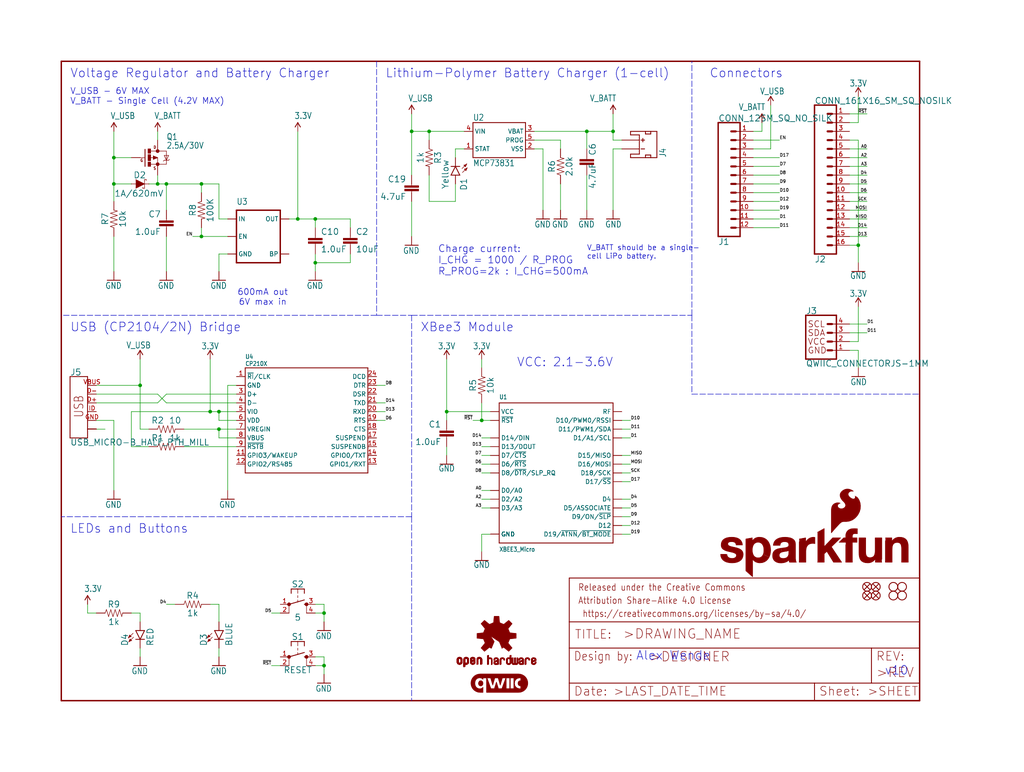
<source format=kicad_sch>
(kicad_sch (version 20211123) (generator eeschema)
  (paper "User" 297.002 223.926)
  (lib_symbols
    (symbol "eagleSchem-eagle-import:1.0UF-0402-16V-10%"
      (property "Reference" "C" (at 1.524 2.921 0))
      (property "Value" "1.0UF-0402-16V-10%" (at 1.524 -2.159 0))
      (symbol "1.0UF-0402-16V-10%_1_0"
        (pin passive line (at 0 5.08 270) (length 2.54) (name "1") (number "1"))
        (pin passive line (at 0 -2.54 90) (length 2.54) (name "2") (number "2"))
      )
    )
    (symbol "eagleSchem-eagle-import:1.0UF-0603-16V-10%"
      (property "Reference" "C" (at 1.524 2.921 0))
      (property "Value" "1.0UF-0603-16V-10%" (at 1.524 -2.159 0))
      (symbol "1.0UF-0603-16V-10%_1_0"
        (pin passive line (at 0 5.08 270) (length 2.54) (name "1") (number "1"))
        (pin passive line (at 0 -2.54 90) (length 2.54) (name "2") (number "2"))
      )
    )
    (symbol "eagleSchem-eagle-import:1.0UF-0603-16V-10%-X7R"
      (property "Reference" "C" (at 1.524 2.921 0))
      (property "Value" "1.0UF-0603-16V-10%-X7R" (at 1.524 -2.159 0))
      (symbol "1.0UF-0603-16V-10%-X7R_1_0"
        (pin passive line (at 0 5.08 270) (length 2.54) (name "1") (number "1"))
        (pin passive line (at 0 -2.54 90) (length 2.54) (name "2") (number "2"))
      )
    )
    (symbol "eagleSchem-eagle-import:100KOHM-0402-1{slash}16W-1%"
      (property "Reference" "R" (at 0 1.524 0))
      (property "Value" "100KOHM-0402-1{slash}16W-1%" (at 0 -1.524 0))
      (symbol "100KOHM-0402-1{slash}16W-1%_1_0"
        (pin passive line (at -5.08 0 0) (length 2.54) (name "1") (number "1"))
        (pin passive line (at 5.08 0 180) (length 2.54) (name "2") (number "2"))
      )
    )
    (symbol "eagleSchem-eagle-import:10KOHM-0603-1{slash}10W-1%"
      (property "Reference" "R" (at 0 1.524 0))
      (property "Value" "10KOHM-0603-1{slash}10W-1%" (at 0 -1.524 0))
      (symbol "10KOHM-0603-1{slash}10W-1%_1_0"
        (pin passive line (at -5.08 0 0) (length 2.54) (name "1") (number "1"))
        (pin passive line (at 5.08 0 180) (length 2.54) (name "2") (number "2"))
      )
    )
    (symbol "eagleSchem-eagle-import:10OHM-0603-1{slash}10W-1%"
      (property "Reference" "R" (at 0 1.524 0))
      (property "Value" "10OHM-0603-1{slash}10W-1%" (at 0 -1.524 0))
      (symbol "10OHM-0603-1{slash}10W-1%_1_0"
        (pin passive line (at -5.08 0 0) (length 2.54) (name "1") (number "1"))
        (pin passive line (at 5.08 0 180) (length 2.54) (name "2") (number "2"))
      )
    )
    (symbol "eagleSchem-eagle-import:10UF-0603-6.3V-20%"
      (property "Reference" "C" (at 1.524 2.921 0))
      (property "Value" "10UF-0603-6.3V-20%" (at 1.524 -2.159 0))
      (symbol "10UF-0603-6.3V-20%_1_0"
        (pin passive line (at 0 5.08 270) (length 2.54) (name "1") (number "1"))
        (pin passive line (at 0 -2.54 90) (length 2.54) (name "2") (number "2"))
      )
    )
    (symbol "eagleSchem-eagle-import:1KOHM-0603-1{slash}10W-1%"
      (property "Reference" "R" (at 0 1.524 0))
      (property "Value" "1KOHM-0603-1{slash}10W-1%" (at 0 -1.524 0))
      (symbol "1KOHM-0603-1{slash}10W-1%_1_0"
        (pin passive line (at -5.08 0 0) (length 2.54) (name "1") (number "1"))
        (pin passive line (at 5.08 0 180) (length 2.54) (name "2") (number "2"))
      )
    )
    (symbol "eagleSchem-eagle-import:2.0KOHM1{slash}10W5%(0603)"
      (property "Reference" "R" (at 0 1.524 0))
      (property "Value" "2.0KOHM1{slash}10W5%(0603)" (at 0 -1.524 0))
      (symbol "2.0KOHM1{slash}10W5%(0603)_1_0"
        (pin passive line (at -5.08 0 0) (length 2.54) (name "1") (number "1"))
        (pin passive line (at 5.08 0 180) (length 2.54) (name "2") (number "2"))
      )
    )
    (symbol "eagleSchem-eagle-import:3.3V" (power)
      (property "Value" "3.3V" (at 0 2.794 0))
      (symbol "3.3V_1_0"
        (pin power_in line (at 0 0 90) (length 2.54) (name "3.3V") (number "1"))
      )
    )
    (symbol "eagleSchem-eagle-import:4.7UF-0603-6.3V-(10%)"
      (property "Reference" "C" (at 1.524 2.921 0))
      (property "Value" "4.7UF-0603-6.3V-(10%)" (at 1.524 -2.159 0))
      (symbol "4.7UF-0603-6.3V-(10%)_1_0"
        (pin passive line (at 0 5.08 270) (length 2.54) (name "1") (number "1"))
        (pin passive line (at 0 -2.54 90) (length 2.54) (name "2") (number "2"))
      )
    )
    (symbol "eagleSchem-eagle-import:CONN_12SM_SQ_NO_SILK"
      (property "Reference" "J" (at 0 15.748 0))
      (property "Value" "CONN_12SM_SQ_NO_SILK" (at 0 -20.066 0))
      (symbol "CONN_12SM_SQ_NO_SILK_1_0"
        (pin passive line (at 10.16 -15.24 180) (length 5.08) (name "1") (number "1"))
        (pin passive line (at 10.16 7.62 180) (length 5.08) (name "10") (number "10"))
        (pin passive line (at 10.16 10.16 180) (length 5.08) (name "11") (number "11"))
        (pin passive line (at 10.16 12.7 180) (length 5.08) (name "12") (number "12"))
        (pin passive line (at 10.16 -12.7 180) (length 5.08) (name "2") (number "2"))
        (pin passive line (at 10.16 -10.16 180) (length 5.08) (name "3") (number "3"))
        (pin passive line (at 10.16 -7.62 180) (length 5.08) (name "4") (number "4"))
        (pin passive line (at 10.16 -5.08 180) (length 5.08) (name "5") (number "5"))
        (pin passive line (at 10.16 -2.54 180) (length 5.08) (name "6") (number "6"))
        (pin passive line (at 10.16 0 180) (length 5.08) (name "7") (number "7"))
        (pin passive line (at 10.16 2.54 180) (length 5.08) (name "8") (number "8"))
        (pin passive line (at 10.16 5.08 180) (length 5.08) (name "9") (number "9"))
      )
    )
    (symbol "eagleSchem-eagle-import:CONN_161X16_SM_SQ_NOSILK"
      (property "Reference" "J" (at 0 20.828 0))
      (property "Value" "CONN_161X16_SM_SQ_NOSILK" (at 0 -25.146 0))
      (symbol "CONN_161X16_SM_SQ_NOSILK_1_0"
        (pin passive line (at 10.16 -20.32 180) (length 5.08) (name "1") (number "1"))
        (pin passive line (at 10.16 2.54 180) (length 5.08) (name "10") (number "10"))
        (pin passive line (at 10.16 5.08 180) (length 5.08) (name "11") (number "11"))
        (pin passive line (at 10.16 7.62 180) (length 5.08) (name "12") (number "12"))
        (pin passive line (at 10.16 10.16 180) (length 5.08) (name "13") (number "13"))
        (pin passive line (at 10.16 12.7 180) (length 5.08) (name "14") (number "14"))
        (pin passive line (at 10.16 15.24 180) (length 5.08) (name "15") (number "15"))
        (pin passive line (at 10.16 17.78 180) (length 5.08) (name "16") (number "16"))
        (pin passive line (at 10.16 -17.78 180) (length 5.08) (name "2") (number "2"))
        (pin passive line (at 10.16 -15.24 180) (length 5.08) (name "3") (number "3"))
        (pin passive line (at 10.16 -12.7 180) (length 5.08) (name "4") (number "4"))
        (pin passive line (at 10.16 -10.16 180) (length 5.08) (name "5") (number "5"))
        (pin passive line (at 10.16 -7.62 180) (length 5.08) (name "6") (number "6"))
        (pin passive line (at 10.16 -5.08 180) (length 5.08) (name "7") (number "7"))
        (pin passive line (at 10.16 -2.54 180) (length 5.08) (name "8") (number "8"))
        (pin passive line (at 10.16 0 180) (length 5.08) (name "9") (number "9"))
      )
    )
    (symbol "eagleSchem-eagle-import:CP2102N"
      (property "Reference" "U" (at -17.78 17.78 0))
      (property "Value" "CP2102N" (at -17.78 15.748 0))
      (symbol "CP2102N_1_0"
        (pin bidirectional line (at -20.32 12.7 0) (length 2.54) (name "~{RI}/CLK") (number "1"))
        (pin bidirectional line (at -20.32 -10.16 0) (length 2.54) (name "GPIO3/WAKEUP") (number "11"))
        (pin bidirectional line (at -20.32 -12.7 0) (length 2.54) (name "GPIO2/RS485") (number "12"))
        (pin bidirectional line (at 20.32 -12.7 180) (length 2.54) (name "GPIO1/RXT") (number "13"))
        (pin bidirectional line (at 20.32 -10.16 180) (length 2.54) (name "GPIO0/TXT") (number "14"))
        (pin bidirectional line (at 20.32 -7.62 180) (length 2.54) (name "SUSPENDB") (number "15"))
        (pin bidirectional line (at 20.32 -5.08 180) (length 2.54) (name "SUSPEND") (number "17"))
        (pin bidirectional line (at 20.32 -2.54 180) (length 2.54) (name "CTS") (number "18"))
        (pin bidirectional line (at 20.32 0 180) (length 2.54) (name "RTS") (number "19"))
        (pin bidirectional line (at -20.32 10.16 0) (length 2.54) (name "GND") (number "2"))
        (pin bidirectional line (at 20.32 2.54 180) (length 2.54) (name "RXD") (number "20"))
        (pin bidirectional line (at 20.32 5.08 180) (length 2.54) (name "TXD") (number "21"))
        (pin bidirectional line (at 20.32 7.62 180) (length 2.54) (name "DSR") (number "22"))
        (pin bidirectional line (at 20.32 10.16 180) (length 2.54) (name "DTR") (number "23"))
        (pin bidirectional line (at 20.32 12.7 180) (length 2.54) (name "DCD") (number "24"))
        (pin bidirectional line (at -20.32 7.62 0) (length 2.54) (name "D+") (number "3"))
        (pin bidirectional line (at -20.32 5.08 0) (length 2.54) (name "D-") (number "4"))
        (pin bidirectional line (at -20.32 2.54 0) (length 2.54) (name "VIO") (number "5"))
        (pin bidirectional line (at -20.32 0 0) (length 2.54) (name "VDD") (number "6"))
        (pin bidirectional line (at -20.32 -2.54 0) (length 2.54) (name "VREGIN") (number "7"))
        (pin bidirectional line (at -20.32 -5.08 0) (length 2.54) (name "VBUS") (number "8"))
        (pin bidirectional line (at -20.32 -7.62 0) (length 2.54) (name "~{RSTB}") (number "9"))
        (pin bidirectional line (at -20.32 10.16 0) (length 2.54) (name "GND") (number "PAD"))
      )
    )
    (symbol "eagleSchem-eagle-import:DIODE-SCHOTTKY-BAT20J"
      (property "Reference" "D" (at -2.54 2.032 0))
      (property "Value" "DIODE-SCHOTTKY-BAT20J" (at -2.54 -2.032 0))
      (symbol "DIODE-SCHOTTKY-BAT20J_1_0"
        (pin passive line (at -2.54 0 0) (length 0) (name "A") (number "A"))
        (pin passive line (at 2.54 0 180) (length 0) (name "C") (number "C"))
      )
    )
    (symbol "eagleSchem-eagle-import:FIDUCIALUFIDUCIAL")
    (symbol "eagleSchem-eagle-import:FRAME-LETTER"
      (symbol "FRAME-LETTER_2_0"
        (text " https://creativecommons.org/licenses/by-sa/4.0/" (at 2.54 24.13 0) (effects (font (size 1.9304 1.6408)) (justify left bottom)))
        (text ">DESIGNER" (at 23.114 11.176 0) (effects (font (size 2.7432 2.7432)) (justify left bottom)))
        (text ">DRAWING_NAME" (at 15.494 17.78 0) (effects (font (size 2.7432 2.7432)) (justify left bottom)))
        (text ">LAST_DATE_TIME" (at 12.7 1.27 0) (effects (font (size 2.54 2.54)) (justify left bottom)))
        (text ">REV" (at 88.9 6.604 0) (effects (font (size 2.7432 2.7432)) (justify left bottom)))
        (text ">SHEET" (at 86.36 1.27 0) (effects (font (size 2.54 2.54)) (justify left bottom)))
        (text "Attribution Share-Alike 4.0 License" (at 2.54 27.94 0) (effects (font (size 1.9304 1.6408)) (justify left bottom)))
        (text "Date:" (at 1.27 1.27 0) (effects (font (size 2.54 2.54)) (justify left bottom)))
        (text "Design by:" (at 1.27 11.43 0) (effects (font (size 2.54 2.159)) (justify left bottom)))
        (text "Released under the Creative Commons" (at 2.54 31.75 0) (effects (font (size 1.9304 1.6408)) (justify left bottom)))
        (text "REV:" (at 88.9 11.43 0) (effects (font (size 2.54 2.54)) (justify left bottom)))
        (text "Sheet:" (at 72.39 1.27 0) (effects (font (size 2.54 2.54)) (justify left bottom)))
        (text "TITLE:" (at 1.524 17.78 0) (effects (font (size 2.54 2.54)) (justify left bottom)))
      )
    )
    (symbol "eagleSchem-eagle-import:GND" (power)
      (property "Value" "GND" (at 0 -0.254 0))
      (symbol "GND_1_0"
        (pin power_in line (at 0 2.54 270) (length 2.54) (name "GND") (number "1"))
      )
    )
    (symbol "eagleSchem-eagle-import:JST_2MM_MALE"
      (property "Reference" "J" (at -2.54 5.842 0))
      (symbol "JST_2MM_MALE_1_0"
        (pin bidirectional line (at 0 -5.08 90) (length 5.08) (name "-") (number "1"))
        (pin bidirectional line (at 2.54 -5.08 90) (length 5.08) (name "+") (number "2"))
        (pin bidirectional line (at -2.54 2.54 90) (length 0) (name "PAD1") (number "NC1"))
        (pin bidirectional line (at 5.08 2.54 90) (length 0) (name "PAD2") (number "NC2"))
      )
    )
    (symbol "eagleSchem-eagle-import:LED-BLUE0603"
      (property "Reference" "D" (at -3.429 -4.572 90))
      (property "Value" "LED-BLUE0603" (at 1.905 -4.572 90))
      (symbol "LED-BLUE0603_1_0"
        (pin passive line (at 0 2.54 270) (length 2.54) (name "A") (number "A"))
        (pin passive line (at 0 -5.08 90) (length 2.54) (name "C") (number "C"))
      )
    )
    (symbol "eagleSchem-eagle-import:LED-RED0603"
      (property "Reference" "D" (at -3.429 -4.572 90))
      (property "Value" "LED-RED0603" (at 1.905 -4.572 90))
      (symbol "LED-RED0603_1_0"
        (pin passive line (at 0 2.54 270) (length 2.54) (name "A") (number "A"))
        (pin passive line (at 0 -5.08 90) (length 2.54) (name "C") (number "C"))
      )
    )
    (symbol "eagleSchem-eagle-import:LED-YELLOW0603"
      (property "Reference" "D" (at -3.429 -4.572 90))
      (property "Value" "LED-YELLOW0603" (at 1.905 -4.572 90))
      (symbol "LED-YELLOW0603_1_0"
        (pin passive line (at 0 2.54 270) (length 2.54) (name "A") (number "A"))
        (pin passive line (at 0 -5.08 90) (length 2.54) (name "C") (number "C"))
      )
    )
    (symbol "eagleSchem-eagle-import:MCP73831"
      (property "Reference" "U" (at -7.62 5.588 0))
      (property "Value" "MCP73831" (at -7.62 -7.62 0))
      (symbol "MCP73831_1_0"
        (pin output line (at -10.16 -2.54 0) (length 2.54) (name "STAT") (number "1"))
        (pin power_in line (at 10.16 -2.54 180) (length 2.54) (name "VSS") (number "2"))
        (pin power_in line (at 10.16 2.54 180) (length 2.54) (name "VBAT") (number "3"))
        (pin power_in line (at -10.16 2.54 0) (length 2.54) (name "VIN") (number "4"))
        (pin input line (at 10.16 0 180) (length 2.54) (name "PROG") (number "5"))
      )
    )
    (symbol "eagleSchem-eagle-import:MOMENTARY-SWITCH-SPST-2-SMD-4.6X2.8MM"
      (property "Reference" "S" (at 0 4.826 0))
      (property "Value" "MOMENTARY-SWITCH-SPST-2-SMD-4.6X2.8MM" (at 0 -2.794 0))
      (symbol "MOMENTARY-SWITCH-SPST-2-SMD-4.6X2.8MM_1_0"
        (pin passive line (at -5.08 0 0) (length 2.54) (name "1") (number "1"))
        (pin passive line (at -5.08 -2.54 0) (length 2.54) (name "2") (number "2"))
        (pin passive line (at 5.08 0 180) (length 2.54) (name "3") (number "3"))
        (pin passive line (at 5.08 -2.54 180) (length 2.54) (name "4") (number "4"))
      )
    )
    (symbol "eagleSchem-eagle-import:MOSFET-PCHANNELDMG2307L"
      (property "Reference" "Q" (at 5.08 2.54 0))
      (property "Value" "MOSFET-PCHANNELDMG2307L" (at 5.08 0 0))
      (symbol "MOSFET-PCHANNELDMG2307L_1_0"
        (text "D" (at -1.27 2.54 0) (effects (font (size 0.8128 0.6908)) (justify left bottom)))
        (text "G" (at -5.08 -1.27 0) (effects (font (size 0.8128 0.6908)) (justify left bottom)))
        (text "S" (at -1.27 -3.556 0) (effects (font (size 0.8128 0.6908)) (justify left bottom)))
        (pin passive line (at -7.62 0 0) (length 2.54) (name "G") (number "1"))
        (pin passive line (at 0 -5.08 90) (length 2.54) (name "S") (number "2"))
        (pin passive line (at 0 5.08 270) (length 2.54) (name "D") (number "3"))
      )
    )
    (symbol "eagleSchem-eagle-import:OSHW-LOGOS")
    (symbol "eagleSchem-eagle-import:QWIIC_CONNECTORJS-1MM"
      (property "Reference" "J" (at -5.08 7.874 0))
      (property "Value" "QWIIC_CONNECTORJS-1MM" (at -5.08 -5.334 0))
      (symbol "QWIIC_CONNECTORJS-1MM_1_0"
        (text "GND" (at -4.572 -2.54 0) (effects (font (size 1.778 1.778)) (justify left)))
        (text "SCL" (at -4.572 5.08 0) (effects (font (size 1.778 1.778)) (justify left)))
        (text "SDA" (at -4.572 2.54 0) (effects (font (size 1.778 1.778)) (justify left)))
        (text "VCC" (at -4.572 0 0) (effects (font (size 1.778 1.778)) (justify left)))
        (pin power_in line (at 7.62 -2.54 180) (length 5.08) (name "1") (number "1"))
        (pin power_in line (at 7.62 0 180) (length 5.08) (name "2") (number "2"))
        (pin passive line (at 7.62 2.54 180) (length 5.08) (name "3") (number "3"))
        (pin passive line (at 7.62 5.08 180) (length 5.08) (name "4") (number "4"))
      )
    )
    (symbol "eagleSchem-eagle-import:QWIIC_LOGO_5MM")
    (symbol "eagleSchem-eagle-import:SFE_LOGO_NAME_FLAME.1_INCH")
    (symbol "eagleSchem-eagle-import:STAND-OFF")
    (symbol "eagleSchem-eagle-import:USB_MICRO-B_HALF_PTH_MILL"
      (property "Reference" "J" (at -2.54 10.414 0))
      (property "Value" "USB_MICRO-B_HALF_PTH_MILL" (at -2.54 -9.906 0))
      (symbol "USB_MICRO-B_HALF_PTH_MILL_1_0"
        (text "USB" (at 0 1.524 900) (effects (font (size 2.54 2.159))))
        (pin bidirectional line (at 5.08 2.54 180) (length 2.54) (name "D+") (number "D+"))
        (pin bidirectional line (at 5.08 5.08 180) (length 2.54) (name "D-") (number "D-"))
        (pin power_in line (at 5.08 -2.54 180) (length 2.54) (name "GND") (number "GND"))
        (pin bidirectional line (at 5.08 0 180) (length 2.54) (name "ID") (number "ID"))
        (pin bidirectional line (at 5.08 -5.08 180) (length 2.54) (name "SHIELD") (number "SHIELD"))
        (pin bidirectional line (at 5.08 -5.08 180) (length 2.54) (name "SHIELD") (number "SHIELD10"))
        (pin bidirectional line (at 5.08 -5.08 180) (length 2.54) (name "SHIELD") (number "SHIELD2"))
        (pin bidirectional line (at 5.08 -5.08 180) (length 2.54) (name "SHIELD") (number "SHIELD3"))
        (pin bidirectional line (at 5.08 -5.08 180) (length 2.54) (name "SHIELD") (number "SHIELD4"))
        (pin bidirectional line (at 5.08 -5.08 180) (length 2.54) (name "SHIELD") (number "SHIELD5"))
        (pin bidirectional line (at 5.08 -5.08 180) (length 2.54) (name "SHIELD") (number "SHIELD6"))
        (pin bidirectional line (at 5.08 -5.08 180) (length 2.54) (name "SHIELD") (number "SHIELD7"))
        (pin bidirectional line (at 5.08 -5.08 180) (length 2.54) (name "SHIELD") (number "SHIELD8"))
        (pin bidirectional line (at 5.08 -5.08 180) (length 2.54) (name "SHIELD") (number "SHIELD9"))
        (pin power_in line (at 5.08 7.62 180) (length 2.54) (name "VBUS") (number "VBUS"))
      )
    )
    (symbol "eagleSchem-eagle-import:V_BATT" (power)
      (property "Value" "V_BATT" (at -1.016 3.556 0))
      (symbol "V_BATT_1_0"
        (pin power_in line (at 0 0 90) (length 2.54) (name "V_BATT") (number "1"))
      )
    )
    (symbol "eagleSchem-eagle-import:V_REG_LDOSMD"
      (property "Reference" "U" (at -7.62 9.144 0))
      (property "Value" "V_REG_LDOSMD" (at -7.62 -11.43 0))
      (symbol "V_REG_LDOSMD_1_0"
        (pin input line (at -10.16 5.08 0) (length 2.54) (name "IN") (number "1"))
        (pin input line (at -10.16 -5.08 0) (length 2.54) (name "GND") (number "2"))
        (pin input line (at -10.16 0 0) (length 2.54) (name "EN") (number "3"))
        (pin input line (at 7.62 -5.08 180) (length 2.54) (name "BP") (number "4"))
        (pin passive line (at 7.62 5.08 180) (length 2.54) (name "OUT") (number "5"))
      )
    )
    (symbol "eagleSchem-eagle-import:V_USB" (power)
      (property "Value" "V_USB" (at -1.016 3.556 0))
      (symbol "V_USB_1_0"
        (pin power_in line (at 0 0 90) (length 2.54) (name "V_USB") (number "1"))
      )
    )
    (symbol "eagleSchem-eagle-import:XBEE3"
      (property "Reference" "U" (at -17.78 21.336 0))
      (property "Value" "XBEE3" (at -17.78 -22.86 0))
      (symbol "XBEE3_1_0"
        (pin bidirectional line (at -20.32 -17.78 0) (length 2.54) (name "GND") (number "P$1"))
        (pin bidirectional line (at -20.32 -17.78 0) (length 2.54) (name "GND") (number "P$10"))
        (pin bidirectional line (at 17.78 -17.78 180) (length 2.54) (name "D19/~{ATNN}/~{BT_MODE}") (number "P$11"))
        (pin bidirectional line (at -20.32 -17.78 0) (length 2.54) (name "GND") (number "P$12"))
        (pin bidirectional line (at 17.78 0 180) (length 2.54) (name "D18/SCK") (number "P$13"))
        (pin bidirectional line (at 17.78 -2.54 180) (length 2.54) (name "D17/~{SS}") (number "P$14"))
        (pin bidirectional line (at 17.78 2.54 180) (length 2.54) (name "D16/MOSI") (number "P$15"))
        (pin bidirectional line (at 17.78 5.08 180) (length 2.54) (name "D15/MISO") (number "P$16"))
        (pin bidirectional line (at -20.32 17.78 0) (length 2.54) (name "VCC") (number "P$2"))
        (pin bidirectional line (at -20.32 -17.78 0) (length 2.54) (name "GND") (number "P$21"))
        (pin bidirectional line (at 17.78 -7.62 180) (length 2.54) (name "D4") (number "P$23"))
        (pin bidirectional line (at -20.32 5.08 0) (length 2.54) (name "D7/~{CTS}") (number "P$24"))
        (pin bidirectional line (at 17.78 -12.7 180) (length 2.54) (name "D9/ON/~{SLP}") (number "P$25"))
        (pin bidirectional line (at 17.78 -10.16 180) (length 2.54) (name "D5/ASSOCIATE") (number "P$26"))
        (pin bidirectional line (at -20.32 2.54 0) (length 2.54) (name "D6/~{RTS}") (number "P$27"))
        (pin bidirectional line (at -20.32 -10.16 0) (length 2.54) (name "D3/A3") (number "P$28"))
        (pin bidirectional line (at -20.32 -7.62 0) (length 2.54) (name "D2/A2") (number "P$29"))
        (pin bidirectional line (at -20.32 7.62 0) (length 2.54) (name "D13/DOUT") (number "P$3"))
        (pin bidirectional line (at 17.78 10.16 180) (length 2.54) (name "D1/A1/SCL") (number "P$30"))
        (pin bidirectional line (at -20.32 -5.08 0) (length 2.54) (name "D0/A0") (number "P$31"))
        (pin bidirectional line (at -20.32 -17.78 0) (length 2.54) (name "GND") (number "P$32"))
        (pin bidirectional line (at 17.78 17.78 180) (length 2.54) (name "RF") (number "P$33"))
        (pin bidirectional line (at -20.32 -17.78 0) (length 2.54) (name "GND") (number "P$34"))
        (pin bidirectional line (at -20.32 10.16 0) (length 2.54) (name "D14/DIN") (number "P$4"))
        (pin bidirectional line (at 17.78 -15.24 180) (length 2.54) (name "D12") (number "P$5"))
        (pin input line (at -20.32 15.24 0) (length 2.54) (name "~{RST}") (number "P$6"))
        (pin bidirectional line (at 17.78 15.24 180) (length 2.54) (name "D10/PWM0/RSSI") (number "P$7"))
        (pin bidirectional line (at 17.78 12.7 180) (length 2.54) (name "D11/PWM1/SDA") (number "P$8"))
        (pin bidirectional line (at -20.32 0 0) (length 2.54) (name "D8/~{DTR}/SLP_RQ") (number "P$9"))
      )
    )
  )
  (junction (at 58.42 68.58))
  (junction (at 33.02 45.72))
  (junction (at 63.5 119.38))
  (junction (at 177.8 38.1))
  (junction (at 58.42 53.34))
  (junction (at 248.92 71.12))
  (junction (at 170.18 38.1))
  (junction (at 48.26 53.34))
  (junction (at 45.72 53.34))
  (junction (at 86.36 63.5))
  (junction (at 119.38 38.1))
  (junction (at 93.98 177.8))
  (junction (at 129.54 119.38))
  (junction (at 139.7 121.92))
  (junction (at 91.44 63.5))
  (junction (at 63.5 124.46))
  (junction (at 91.44 76.2))
  (junction (at 33.02 53.34))
  (junction (at 60.96 119.38))
  (junction (at 40.64 111.76))
  (junction (at 93.98 193.04))
  (junction (at 124.46 38.1))
  (wire (pts (xy 180.34 127) (xy 182.88 127)))
  (wire (pts (xy 246.38 93.98) (xy 251.46 93.98)))
  (wire (pts (xy 177.8 43.18) (xy 180.34 43.18)))
  (wire (pts (xy 129.54 119.38) (xy 129.54 121.92)))
  (wire (pts (xy 68.58 127) (xy 63.5 127)))
  (wire (pts (xy 177.8 40.64) (xy 177.8 38.1)))
  (wire (pts (xy 220.98 38.1) (xy 220.98 35.56)))
  (polyline (pts (xy 200.66 91.44) (xy 200.66 114.3)))
  (wire (pts (xy 58.42 53.34) (xy 58.42 55.88)))
  (wire (pts (xy 45.72 116.84) (xy 48.26 114.3)))
  (wire (pts (xy 139.7 121.92) (xy 137.16 121.92)))
  (wire (pts (xy 246.38 96.52) (xy 251.46 96.52)))
  (wire (pts (xy 63.5 127) (xy 63.5 124.46)))
  (wire (pts (xy 124.46 58.42) (xy 124.46 50.8)))
  (wire (pts (xy 154.94 43.18) (xy 157.48 43.18)))
  (wire (pts (xy 223.52 43.18) (xy 223.52 30.48)))
  (wire (pts (xy 40.64 111.76) (xy 27.94 111.76)))
  (wire (pts (xy 218.44 43.18) (xy 223.52 43.18)))
  (wire (pts (xy 180.34 139.7) (xy 182.88 139.7)))
  (wire (pts (xy 45.72 50.8) (xy 45.72 53.34)))
  (wire (pts (xy 246.38 58.42) (xy 251.46 58.42)))
  (wire (pts (xy 45.72 116.84) (xy 27.94 116.84)))
  (wire (pts (xy 246.38 50.8) (xy 251.46 50.8)))
  (wire (pts (xy 81.28 177.8) (xy 78.74 177.8)))
  (wire (pts (xy 134.62 38.1) (xy 124.46 38.1)))
  (wire (pts (xy 63.5 124.46) (xy 68.58 124.46)))
  (wire (pts (xy 124.46 38.1) (xy 119.38 38.1)))
  (wire (pts (xy 33.02 58.42) (xy 33.02 53.34)))
  (wire (pts (xy 91.44 63.5) (xy 101.6 63.5)))
  (wire (pts (xy 109.22 119.38) (xy 111.76 119.38)))
  (wire (pts (xy 157.48 43.18) (xy 157.48 60.96)))
  (wire (pts (xy 218.44 45.72) (xy 226.06 45.72)))
  (wire (pts (xy 60.96 119.38) (xy 63.5 119.38)))
  (wire (pts (xy 63.5 190.5) (xy 63.5 187.96)))
  (wire (pts (xy 248.92 40.64) (xy 248.92 71.12)))
  (wire (pts (xy 63.5 53.34) (xy 58.42 53.34)))
  (wire (pts (xy 33.02 78.74) (xy 33.02 68.58)))
  (wire (pts (xy 45.72 38.1) (xy 45.72 40.64)))
  (wire (pts (xy 177.8 43.18) (xy 177.8 60.96)))
  (wire (pts (xy 101.6 76.2) (xy 101.6 73.66)))
  (wire (pts (xy 91.44 175.26) (xy 93.98 175.26)))
  (wire (pts (xy 218.44 60.96) (xy 226.06 60.96)))
  (wire (pts (xy 180.34 144.78) (xy 182.88 144.78)))
  (wire (pts (xy 40.64 111.76) (xy 40.64 104.14)))
  (wire (pts (xy 33.02 53.34) (xy 33.02 45.72)))
  (wire (pts (xy 93.98 193.04) (xy 93.98 195.58)))
  (wire (pts (xy 142.24 134.62) (xy 139.7 134.62)))
  (wire (pts (xy 218.44 58.42) (xy 226.06 58.42)))
  (wire (pts (xy 246.38 40.64) (xy 248.92 40.64)))
  (wire (pts (xy 40.64 124.46) (xy 40.64 111.76)))
  (polyline (pts (xy 119.38 149.86) (xy 119.38 203.2)))
  (polyline (pts (xy 109.22 91.44) (xy 119.38 91.44)))
  (wire (pts (xy 246.38 66.04) (xy 251.46 66.04)))
  (wire (pts (xy 63.5 63.5) (xy 63.5 53.34)))
  (wire (pts (xy 48.26 114.3) (xy 68.58 114.3)))
  (wire (pts (xy 180.34 134.62) (xy 182.88 134.62)))
  (polyline (pts (xy 109.22 91.44) (xy 17.78 91.44)))
  (wire (pts (xy 119.38 38.1) (xy 119.38 33.02)))
  (wire (pts (xy 139.7 116.84) (xy 139.7 121.92)))
  (wire (pts (xy 40.64 177.8) (xy 40.64 180.34)))
  (wire (pts (xy 119.38 68.58) (xy 119.38 58.42)))
  (wire (pts (xy 154.94 40.64) (xy 162.56 40.64)))
  (wire (pts (xy 48.26 53.34) (xy 58.42 53.34)))
  (wire (pts (xy 248.92 35.56) (xy 248.92 27.94)))
  (wire (pts (xy 43.18 53.34) (xy 45.72 53.34)))
  (wire (pts (xy 142.24 132.08) (xy 139.7 132.08)))
  (wire (pts (xy 66.04 142.24) (xy 66.04 111.76)))
  (wire (pts (xy 66.04 111.76) (xy 68.58 111.76)))
  (wire (pts (xy 162.56 53.34) (xy 162.56 60.96)))
  (wire (pts (xy 86.36 63.5) (xy 91.44 63.5)))
  (wire (pts (xy 180.34 132.08) (xy 182.88 132.08)))
  (wire (pts (xy 180.34 149.86) (xy 182.88 149.86)))
  (wire (pts (xy 218.44 55.88) (xy 226.06 55.88)))
  (wire (pts (xy 33.02 121.92) (xy 33.02 142.24)))
  (wire (pts (xy 142.24 121.92) (xy 139.7 121.92)))
  (wire (pts (xy 246.38 55.88) (xy 251.46 55.88)))
  (wire (pts (xy 132.08 53.34) (xy 132.08 58.42)))
  (wire (pts (xy 119.38 38.1) (xy 119.38 50.8)))
  (wire (pts (xy 91.44 190.5) (xy 93.98 190.5)))
  (wire (pts (xy 38.1 45.72) (xy 33.02 45.72)))
  (wire (pts (xy 246.38 48.26) (xy 251.46 48.26)))
  (wire (pts (xy 53.34 124.46) (xy 63.5 124.46)))
  (wire (pts (xy 91.44 78.74) (xy 91.44 76.2)))
  (wire (pts (xy 43.18 129.54) (xy 38.1 129.54)))
  (wire (pts (xy 129.54 129.54) (xy 129.54 132.08)))
  (wire (pts (xy 218.44 38.1) (xy 220.98 38.1)))
  (wire (pts (xy 91.44 63.5) (xy 91.44 66.04)))
  (wire (pts (xy 246.38 71.12) (xy 248.92 71.12)))
  (wire (pts (xy 132.08 43.18) (xy 134.62 43.18)))
  (wire (pts (xy 109.22 121.92) (xy 111.76 121.92)))
  (wire (pts (xy 218.44 66.04) (xy 226.06 66.04)))
  (wire (pts (xy 48.26 60.96) (xy 48.26 53.34)))
  (wire (pts (xy 53.34 129.54) (xy 68.58 129.54)))
  (wire (pts (xy 66.04 63.5) (xy 63.5 63.5)))
  (wire (pts (xy 180.34 124.46) (xy 182.88 124.46)))
  (wire (pts (xy 142.24 137.16) (xy 139.7 137.16)))
  (wire (pts (xy 248.92 101.6) (xy 248.92 106.68)))
  (wire (pts (xy 129.54 104.14) (xy 129.54 119.38)))
  (wire (pts (xy 142.24 127) (xy 139.7 127)))
  (wire (pts (xy 48.26 116.84) (xy 68.58 116.84)))
  (wire (pts (xy 91.44 76.2) (xy 91.44 73.66)))
  (wire (pts (xy 81.28 193.04) (xy 78.74 193.04)))
  (polyline (pts (xy 119.38 91.44) (xy 119.38 149.86)))
  (wire (pts (xy 93.98 177.8) (xy 93.98 180.34)))
  (wire (pts (xy 101.6 63.5) (xy 101.6 66.04)))
  (wire (pts (xy 45.72 53.34) (xy 48.26 53.34)))
  (wire (pts (xy 142.24 119.38) (xy 129.54 119.38)))
  (wire (pts (xy 142.24 147.32) (xy 139.7 147.32)))
  (wire (pts (xy 142.24 154.94) (xy 139.7 154.94)))
  (wire (pts (xy 177.8 38.1) (xy 177.8 33.02)))
  (wire (pts (xy 63.5 180.34) (xy 63.5 175.26)))
  (wire (pts (xy 142.24 144.78) (xy 139.7 144.78)))
  (wire (pts (xy 180.34 152.4) (xy 182.88 152.4)))
  (wire (pts (xy 38.1 119.38) (xy 60.96 119.38)))
  (wire (pts (xy 162.56 40.64) (xy 162.56 43.18)))
  (polyline (pts (xy 200.66 114.3) (xy 266.7 114.3)))
  (wire (pts (xy 68.58 121.92) (xy 63.5 121.92)))
  (wire (pts (xy 248.92 99.06) (xy 248.92 88.9)))
  (wire (pts (xy 246.38 45.72) (xy 251.46 45.72)))
  (wire (pts (xy 63.5 73.66) (xy 63.5 78.74)))
  (wire (pts (xy 177.8 38.1) (xy 170.18 38.1)))
  (wire (pts (xy 109.22 111.76) (xy 111.76 111.76)))
  (wire (pts (xy 218.44 53.34) (xy 226.06 53.34)))
  (wire (pts (xy 63.5 175.26) (xy 60.96 175.26)))
  (polyline (pts (xy 109.22 17.78) (xy 109.22 91.44)))
  (wire (pts (xy 246.38 53.34) (xy 251.46 53.34)))
  (wire (pts (xy 45.72 114.3) (xy 27.94 114.3)))
  (wire (pts (xy 50.8 175.26) (xy 48.26 175.26)))
  (wire (pts (xy 63.5 121.92) (xy 63.5 119.38)))
  (polyline (pts (xy 119.38 91.44) (xy 200.66 91.44)))
  (wire (pts (xy 142.24 129.54) (xy 139.7 129.54)))
  (wire (pts (xy 27.94 177.8) (xy 25.4 177.8)))
  (wire (pts (xy 91.44 177.8) (xy 93.98 177.8)))
  (wire (pts (xy 38.1 177.8) (xy 40.64 177.8)))
  (wire (pts (xy 180.34 147.32) (xy 182.88 147.32)))
  (wire (pts (xy 218.44 48.26) (xy 226.06 48.26)))
  (polyline (pts (xy 200.66 91.44) (xy 200.66 17.78)))
  (wire (pts (xy 33.02 121.92) (xy 27.94 121.92)))
  (wire (pts (xy 218.44 50.8) (xy 226.06 50.8)))
  (wire (pts (xy 91.44 193.04) (xy 93.98 193.04)))
  (wire (pts (xy 246.38 60.96) (xy 251.46 60.96)))
  (wire (pts (xy 139.7 106.68) (xy 139.7 104.14)))
  (wire (pts (xy 246.38 35.56) (xy 248.92 35.56)))
  (wire (pts (xy 180.34 154.94) (xy 182.88 154.94)))
  (wire (pts (xy 218.44 40.64) (xy 226.06 40.64)))
  (wire (pts (xy 246.38 99.06) (xy 248.92 99.06)))
  (wire (pts (xy 91.44 76.2) (xy 101.6 76.2)))
  (wire (pts (xy 248.92 71.12) (xy 248.92 76.2)))
  (wire (pts (xy 109.22 116.84) (xy 111.76 116.84)))
  (wire (pts (xy 170.18 60.96) (xy 170.18 50.8)))
  (wire (pts (xy 93.98 175.26) (xy 93.98 177.8)))
  (wire (pts (xy 63.5 119.38) (xy 68.58 119.38)))
  (wire (pts (xy 180.34 121.92) (xy 182.88 121.92)))
  (wire (pts (xy 180.34 137.16) (xy 182.88 137.16)))
  (wire (pts (xy 132.08 43.18) (xy 132.08 45.72)))
  (wire (pts (xy 45.72 114.3) (xy 48.26 116.84)))
  (wire (pts (xy 48.26 68.58) (xy 48.26 78.74)))
  (wire (pts (xy 246.38 43.18) (xy 251.46 43.18)))
  (wire (pts (xy 124.46 40.64) (xy 124.46 38.1)))
  (wire (pts (xy 25.4 177.8) (xy 25.4 175.26)))
  (polyline (pts (xy 119.38 149.86) (xy 17.78 149.86)))
  (wire (pts (xy 27.94 124.46) (xy 30.48 124.46)))
  (wire (pts (xy 246.38 63.5) (xy 251.46 63.5)))
  (wire (pts (xy 246.38 68.58) (xy 251.46 68.58)))
  (wire (pts (xy 40.64 187.96) (xy 40.64 190.5)))
  (wire (pts (xy 66.04 68.58) (xy 58.42 68.58)))
  (wire (pts (xy 132.08 58.42) (xy 124.46 58.42)))
  (wire (pts (xy 142.24 142.24) (xy 139.7 142.24)))
  (wire (pts (xy 38.1 53.34) (xy 33.02 53.34)))
  (wire (pts (xy 246.38 101.6) (xy 248.92 101.6)))
  (wire (pts (xy 93.98 190.5) (xy 93.98 193.04)))
  (wire (pts (xy 139.7 154.94) (xy 139.7 160.02)))
  (wire (pts (xy 58.42 68.58) (xy 58.42 66.04)))
  (wire (pts (xy 60.96 104.14) (xy 60.96 119.38)))
  (wire (pts (xy 246.38 33.02) (xy 251.46 33.02)))
  (wire (pts (xy 83.82 63.5) (xy 86.36 63.5)))
  (wire (pts (xy 170.18 38.1) (xy 154.94 38.1)))
  (wire (pts (xy 177.8 40.64) (xy 180.34 40.64)))
  (wire (pts (xy 43.18 124.46) (xy 40.64 124.46)))
  (wire (pts (xy 58.42 68.58) (xy 55.88 68.58)))
  (wire (pts (xy 86.36 63.5) (xy 86.36 38.1)))
  (wire (pts (xy 38.1 129.54) (xy 38.1 119.38)))
  (wire (pts (xy 33.02 38.1) (xy 33.02 45.72)))
  (wire (pts (xy 170.18 43.18) (xy 170.18 38.1)))
  (wire (pts (xy 66.04 73.66) (xy 63.5 73.66)))
  (wire (pts (xy 218.44 63.5) (xy 226.06 63.5)))
  (text "VCC: 2.1-3.6V" (at 149.86 106.68 180) (effects (font (size 2.54 2.54)) (justify left bottom)))
  (text "600mA out\n6V max in" (at 76.2 83.82 180) (effects (font (size 1.778 1.778)) (justify top)))
  (text "Alex Wende" (at 184.404 191.77 180) (effects (font (size 2.54 2.54)) (justify left bottom)))
  (text "Connectors" (at 205.74 22.86 180) (effects (font (size 2.54 2.54)) (justify left bottom)))
  (text "Voltage Regulator and Battery Charger" (at 20.32 22.86 180) (effects (font (size 2.54 2.54)) (justify left bottom)))
  (text "USB (CP2104/2N) Bridge" (at 20.32 96.52 180) (effects (font (size 2.54 2.54)) (justify left bottom)))
  (text "Lithium-Polymer Battery Charger (1-cell)" (at 111.76 22.86 180) (effects (font (size 2.54 2.54)) (justify left bottom)))
  (text "XBee3 Module" (at 121.92 96.52 180) (effects (font (size 2.54 2.54)) (justify left bottom)))
  (text "v10" (at 256.54 196.088 180) (effects (font (size 2.54 2.54)) (justify left bottom)))
  (text "LEDs and Buttons" (at 20.32 154.94 180) (effects (font (size 2.54 2.54)) (justify left bottom)))
  (text "Charge current:\nI_CHG = 1000 / R_PROG\nR_PROG=2k : I_CHG=500mA" (at 127 71.12 0) (effects (font (size 2.032 2.032)) (justify left top)))
  (text "V_USB - 6V MAX\nV_BATT - Single Cell (4.2V MAX)" (at 20.32 30.48 180) (effects (font (size 1.778 1.778)) (justify left bottom)))
  (text "V_BATT should be a single-\ncell LiPo battery." (at 170.18 71.12 180) (effects (font (size 1.524 1.524)) (justify left top)))
  (label "EN" (at 226.06 40.64 0) (effects (font (size 0.889 0.889))))
  (label "D11" (at 226.06 66.04 0) (effects (font (size 0.889 0.889))))
  (label "D13" (at 111.76 119.38 0) (effects (font (size 0.889 0.889))))
  (label "SCK" (at 182.88 137.16 0) (effects (font (size 0.889 0.889))))
  (label "MOSI" (at 182.88 134.62 0) (effects (font (size 0.889 0.889))))
  (label "D12" (at 226.06 58.42 0) (effects (font (size 0.889 0.889))))
  (label "D4" (at 48.26 175.26 180) (effects (font (size 0.889 0.889))))
  (label "D14" (at 139.7 127 180) (effects (font (size 0.889 0.889))))
  (label "D14" (at 111.76 116.84 0) (effects (font (size 0.889 0.889))))
  (label "A0" (at 139.7 142.24 180) (effects (font (size 0.889 0.889))))
  (label "D7" (at 139.7 132.08 180) (effects (font (size 0.889 0.889))))
  (label "D4" (at 182.88 144.78 0) (effects (font (size 0.889 0.889))))
  (label "D17" (at 226.06 45.72 0) (effects (font (size 0.889 0.889))))
  (label "D1" (at 226.06 63.5 0) (effects (font (size 0.889 0.889))))
  (label "D8" (at 111.76 111.76 0) (effects (font (size 0.889 0.889))))
  (label "A2" (at 139.7 144.78 180) (effects (font (size 0.889 0.889))))
  (label "D10" (at 182.88 121.92 0) (effects (font (size 0.889 0.889))))
  (label "D17" (at 182.88 139.7 0) (effects (font (size 0.889 0.889))))
  (label "D13" (at 251.46 68.58 180) (effects (font (size 0.889 0.889))))
  (label "MISO" (at 182.88 132.08 0) (effects (font (size 0.889 0.889))))
  (label "D4" (at 251.46 50.8 180) (effects (font (size 0.889 0.889))))
  (label "D5" (at 78.74 177.8 180) (effects (font (size 0.889 0.889))))
  (label "SCK" (at 251.46 58.42 180) (effects (font (size 0.889 0.889))))
  (label "D13" (at 139.7 129.54 180) (effects (font (size 0.889 0.889))))
  (label "A2" (at 251.46 45.72 180) (effects (font (size 0.889 0.889))))
  (label "D5" (at 182.88 147.32 0) (effects (font (size 0.889 0.889))))
  (label "D5" (at 251.46 53.34 180) (effects (font (size 0.889 0.889))))
  (label "D10" (at 226.06 55.88 0) (effects (font (size 0.889 0.889))))
  (label "~{RST}" (at 251.46 33.02 180) (effects (font (size 0.889 0.889))))
  (label "D8" (at 226.06 50.8 0) (effects (font (size 0.889 0.889))))
  (label "EN" (at 55.88 68.58 180) (effects (font (size 0.889 0.889))))
  (label "D6" (at 251.46 55.88 180) (effects (font (size 0.889 0.889))))
  (label "D8" (at 139.7 137.16 180) (effects (font (size 0.889 0.889))))
  (label "A0" (at 251.46 43.18 180) (effects (font (size 0.889 0.889))))
  (label "D1" (at 182.88 127 0) (effects (font (size 0.889 0.889))))
  (label "D9" (at 226.06 53.34 0) (effects (font (size 0.889 0.889))))
  (label "D12" (at 182.88 152.4 0) (effects (font (size 0.889 0.889))))
  (label "~{RST}" (at 78.74 193.04 180) (effects (font (size 0.889 0.889))))
  (label "D6" (at 139.7 134.62 180) (effects (font (size 0.889 0.889))))
  (label "D1" (at 251.46 93.98 0) (effects (font (size 0.889 0.889))))
  (label "D11" (at 182.88 124.46 0) (effects (font (size 0.889 0.889))))
  (label "D9" (at 182.88 149.86 0) (effects (font (size 0.889 0.889))))
  (label "D14" (at 251.46 66.04 180) (effects (font (size 0.889 0.889))))
  (label "D19" (at 182.88 154.94 0) (effects (font (size 0.889 0.889))))
  (label "~{RST}" (at 137.16 121.92 180) (effects (font (size 0.889 0.889))))
  (label "MOSI" (at 251.46 60.96 180) (effects (font (size 0.889 0.889))))
  (label "D7" (at 226.06 48.26 0) (effects (font (size 0.889 0.889))))
  (label "D11" (at 251.46 96.52 0) (effects (font (size 0.889 0.889))))
  (label "A3" (at 251.46 48.26 180) (effects (font (size 0.889 0.889))))
  (label "D6" (at 111.76 121.92 0) (effects (font (size 0.889 0.889))))
  (label "D19" (at 226.06 60.96 0) (effects (font (size 0.889 0.889))))
  (label "MISO" (at 251.46 63.5 180) (effects (font (size 0.889 0.889))))
  (label "A3" (at 139.7 147.32 180) (effects (font (size 0.889 0.889))))
  (symbol (lib_id "eagleSchem-eagle-import:1.0UF-0402-16V-10%") (at 91.44 71.12 0) (unit 1)
    (property "Reference" "C10" (at 92.964 68.199 0) (effects (font (size 1.778 1.778)) (justify left bottom)))
    (property "Value" "1.0uF" (at 92.964 73.279 0) (effects (font (size 1.778 1.778)) (justify left bottom)))
    (property "Footprint" "eagleSchem:0402" (effects hide))
  )
  (symbol (lib_id "eagleSchem-eagle-import:GND") (at 48.26 81.28 0) (unit 1)
    (property "Reference" "#GND14" (effects hide))
    (property "Value" "GND" (at 45.72 83.82 0) (effects (font (size 1.778 1.5113)) (justify left bottom)))
    (property "Footprint" "eagleSchem:" (effects hide))
  )
  (symbol (lib_id "eagleSchem-eagle-import:FRAME-LETTER") (at 17.78 203.2 0) (unit 1)
    (property "Reference" "FRAME1" (effects hide))
    (property "Value" "FRAME-LETTER" (effects hide))
    (property "Footprint" "eagleSchem:CREATIVE_COMMONS" (effects hide))
  )
  (symbol (lib_id "eagleSchem-eagle-import:4.7UF-0603-6.3V-(10%)") (at 119.38 55.88 0) (mirror y) (unit 1)
    (property "Reference" "C19" (at 117.856 52.959 0) (effects (font (size 1.778 1.778)) (justify left bottom)))
    (property "Value" "4.7uF" (at 117.856 58.039 0) (effects (font (size 1.778 1.778)) (justify left bottom)))
    (property "Footprint" "eagleSchem:0603" (effects hide))
  )
  (symbol (lib_id "eagleSchem-eagle-import:GND") (at 63.5 193.04 0) (unit 1)
    (property "Reference" "#GND8" (effects hide))
    (property "Value" "GND" (at 60.96 195.58 0) (effects (font (size 1.778 1.5113)) (justify left bottom)))
    (property "Footprint" "eagleSchem:" (effects hide))
  )
  (symbol (lib_id "eagleSchem-eagle-import:MOSFET-PCHANNELDMG2307L") (at 45.72 45.72 0) (unit 1)
    (property "Reference" "Q1" (at 48.26 40.64 0) (effects (font (size 1.778 1.5113)) (justify left bottom)))
    (property "Value" "2.5A/30V" (at 48.26 43.18 0) (effects (font (size 1.778 1.5113)) (justify left bottom)))
    (property "Footprint" "eagleSchem:SOT23-3@1" (effects hide))
  )
  (symbol (lib_id "eagleSchem-eagle-import:10KOHM-0603-1{slash}10W-1%") (at 139.7 111.76 90) (unit 1)
    (property "Reference" "R5" (at 138.176 111.76 0) (effects (font (size 1.778 1.778)) (justify bottom)))
    (property "Value" "10k" (at 141.224 111.76 0) (effects (font (size 1.778 1.778)) (justify top)))
    (property "Footprint" "eagleSchem:0603" (effects hide))
  )
  (symbol (lib_id "eagleSchem-eagle-import:FIDUCIALUFIDUCIAL") (at 251.46 172.72 0) (unit 1)
    (property "Reference" "FD4" (effects hide))
    (property "Value" "FIDUCIALUFIDUCIAL" (effects hide))
    (property "Footprint" "eagleSchem:FIDUCIAL-MICRO" (effects hide))
  )
  (symbol (lib_id "eagleSchem-eagle-import:GND") (at 248.92 78.74 0) (mirror y) (unit 1)
    (property "Reference" "#GND5" (effects hide))
    (property "Value" "GND" (at 248.92 78.994 0) (effects (font (size 1.778 1.5113)) (justify top)))
    (property "Footprint" "eagleSchem:" (effects hide))
  )
  (symbol (lib_id "eagleSchem-eagle-import:CP2102N") (at 88.9 121.92 0) (unit 1)
    (property "Reference" "U4" (at 71.12 104.14 0) (effects (font (size 1.27 1.0795)) (justify left bottom)))
    (property "Value" "CP210X" (at 71.12 106.172 0) (effects (font (size 1.27 1.0795)) (justify left bottom)))
    (property "Footprint" "eagleSchem:QFN24" (effects hide))
  )
  (symbol (lib_id "eagleSchem-eagle-import:V_USB") (at 40.64 104.14 0) (unit 1)
    (property "Reference" "#SUPPLY14" (effects hide))
    (property "Value" "V_USB" (at 36.576 101.092 0) (effects (font (size 1.778 1.5113)) (justify left bottom)))
    (property "Footprint" "eagleSchem:" (effects hide))
  )
  (symbol (lib_id "eagleSchem-eagle-import:XBEE3") (at 162.56 137.16 0) (unit 1)
    (property "Reference" "U1" (at 144.78 115.824 0) (effects (font (size 1.27 1.0795)) (justify left bottom)))
    (property "Value" "XBEE3_Micro" (at 144.78 160.02 0) (effects (font (size 1.27 1.0795)) (justify left bottom)))
    (property "Footprint" "eagleSchem:XBEE3" (effects hide))
  )
  (symbol (lib_id "eagleSchem-eagle-import:STAND-OFF") (at 261.62 172.72 0) (unit 1)
    (property "Reference" "H1" (effects hide))
    (property "Value" "STAND-OFF" (effects hide))
    (property "Footprint" "eagleSchem:STAND-OFF" (effects hide))
  )
  (symbol (lib_id "eagleSchem-eagle-import:1.0UF-0603-16V-10%") (at 129.54 127 0) (mirror y) (unit 1)
    (property "Reference" "C1" (at 128.016 124.079 0) (effects (font (size 1.778 1.778)) (justify left bottom)))
    (property "Value" "1.0uF" (at 128.016 129.159 0) (effects (font (size 1.778 1.778)) (justify left bottom)))
    (property "Footprint" "eagleSchem:0603" (effects hide))
  )
  (symbol (lib_id "eagleSchem-eagle-import:10KOHM-0603-1{slash}10W-1%") (at 33.02 63.5 90) (unit 1)
    (property "Reference" "R7" (at 31.496 63.5 0) (effects (font (size 1.778 1.778)) (justify bottom)))
    (property "Value" "10k" (at 34.544 63.5 0) (effects (font (size 1.778 1.778)) (justify top)))
    (property "Footprint" "eagleSchem:0603" (effects hide))
  )
  (symbol (lib_id "eagleSchem-eagle-import:100KOHM-0402-1{slash}16W-1%") (at 58.42 60.96 90) (mirror x) (unit 1)
    (property "Reference" "R8" (at 56.896 60.96 0) (effects (font (size 1.778 1.778)) (justify bottom)))
    (property "Value" "100K" (at 59.944 60.96 0) (effects (font (size 1.778 1.778)) (justify top)))
    (property "Footprint" "eagleSchem:0402" (effects hide))
  )
  (symbol (lib_id "eagleSchem-eagle-import:CONN_161X16_SM_SQ_NOSILK") (at 236.22 53.34 0) (mirror x) (unit 1)
    (property "Reference" "J2" (at 236.22 74.168 0) (effects (font (size 1.778 1.778)) (justify left bottom)))
    (property "Value" "CONN_161X16_SM_SQ_NOSILK" (at 236.22 28.194 0) (effects (font (size 1.778 1.778)) (justify left bottom)))
    (property "Footprint" "eagleSchem:1X16_SM_SQ_NOSILK" (effects hide))
  )
  (symbol (lib_id "eagleSchem-eagle-import:STAND-OFF") (at 261.62 170.18 0) (unit 1)
    (property "Reference" "H2" (effects hide))
    (property "Value" "STAND-OFF" (effects hide))
    (property "Footprint" "eagleSchem:STAND-OFF" (effects hide))
  )
  (symbol (lib_id "eagleSchem-eagle-import:GND") (at 129.54 134.62 0) (unit 1)
    (property "Reference" "#GND2" (effects hide))
    (property "Value" "GND" (at 129.54 134.874 0) (effects (font (size 1.778 1.5113)) (justify top)))
    (property "Footprint" "eagleSchem:" (effects hide))
  )
  (symbol (lib_id "eagleSchem-eagle-import:QWIIC_LOGO_5MM") (at 144.78 198.12 0) (unit 1)
    (property "Reference" "U$63" (effects hide))
    (property "Value" "QWIIC_LOGO_5MM" (effects hide))
    (property "Footprint" "eagleSchem:QWIIC_5MM" (effects hide))
  )
  (symbol (lib_id "eagleSchem-eagle-import:10UF-0603-6.3V-20%") (at 101.6 71.12 0) (unit 1)
    (property "Reference" "C2" (at 103.124 68.199 0) (effects (font (size 1.778 1.778)) (justify left bottom)))
    (property "Value" "10uF" (at 103.124 73.279 0) (effects (font (size 1.778 1.778)) (justify left bottom)))
    (property "Footprint" "eagleSchem:0603" (effects hide))
  )
  (symbol (lib_id "eagleSchem-eagle-import:3.3V") (at 248.92 88.9 0) (unit 1)
    (property "Reference" "#SUPPLY2" (effects hide))
    (property "Value" "3.3V" (at 248.92 86.106 0) (effects (font (size 1.778 1.5113)) (justify bottom)))
    (property "Footprint" "eagleSchem:" (effects hide))
  )
  (symbol (lib_id "eagleSchem-eagle-import:GND") (at 177.8 63.5 0) (mirror y) (unit 1)
    (property "Reference" "#GND4" (effects hide))
    (property "Value" "GND" (at 180.34 66.04 0) (effects (font (size 1.778 1.5113)) (justify left bottom)))
    (property "Footprint" "eagleSchem:" (effects hide))
  )
  (symbol (lib_id "eagleSchem-eagle-import:V_REG_LDOSMD") (at 76.2 68.58 0) (unit 1)
    (property "Reference" "U3" (at 68.58 59.436 0) (effects (font (size 1.778 1.5113)) (justify left bottom)))
    (property "Value" "AP2112K-3.3V" (at 68.58 80.01 0) (effects (font (size 1.778 1.5113)) (justify left bottom)))
    (property "Footprint" "eagleSchem:SOT23-5" (effects hide))
    (property "Value" "AP2112K-3.3V" (effects hide))
  )
  (symbol (lib_id "eagleSchem-eagle-import:V_USB") (at 33.02 38.1 0) (unit 1)
    (property "Reference" "#SUPPLY22" (effects hide))
    (property "Value" "V_USB" (at 32.004 34.544 0) (effects (font (size 1.778 1.5113)) (justify left bottom)))
    (property "Footprint" "eagleSchem:" (effects hide))
  )
  (symbol (lib_id "eagleSchem-eagle-import:GND") (at 63.5 81.28 0) (unit 1)
    (property "Reference" "#GND15" (effects hide))
    (property "Value" "GND" (at 60.96 83.82 0) (effects (font (size 1.778 1.5113)) (justify left bottom)))
    (property "Footprint" "eagleSchem:" (effects hide))
  )
  (symbol (lib_id "eagleSchem-eagle-import:STAND-OFF") (at 259.08 172.72 0) (unit 1)
    (property "Reference" "H4" (effects hide))
    (property "Value" "STAND-OFF" (effects hide))
    (property "Footprint" "eagleSchem:STAND-OFF" (effects hide))
  )
  (symbol (lib_id "eagleSchem-eagle-import:FRAME-LETTER") (at 165.1 203.2 0) (unit 2)
    (property "Reference" "FRAME1" (effects hide))
    (property "Value" "FRAME-LETTER" (effects hide))
    (property "Footprint" "eagleSchem:CREATIVE_COMMONS" (effects hide))
  )
  (symbol (lib_id "eagleSchem-eagle-import:GND") (at 66.04 144.78 0) (unit 1)
    (property "Reference" "#GND7" (effects hide))
    (property "Value" "GND" (at 63.5 147.32 0) (effects (font (size 1.778 1.5113)) (justify left bottom)))
    (property "Footprint" "eagleSchem:" (effects hide))
  )
  (symbol (lib_id "eagleSchem-eagle-import:10OHM-0603-1{slash}10W-1%") (at 48.26 124.46 0) (unit 1)
    (property "Reference" "R2" (at 45.72 122.936 0) (effects (font (size 1.778 1.778)) (justify bottom)))
    (property "Value" "10" (at 50.8 122.936 0) (effects (font (size 1.778 1.778)) (justify bottom)))
    (property "Footprint" "eagleSchem:0603" (effects hide))
  )
  (symbol (lib_id "eagleSchem-eagle-import:JST_2MM_MALE") (at 185.42 43.18 270) (mirror x) (unit 1)
    (property "Reference" "J4" (at 191.262 45.72 0) (effects (font (size 1.778 1.5113)) (justify left bottom)))
    (property "Value" "JST_2MM_MALE" (effects hide))
    (property "Footprint" "eagleSchem:JST-2-SMD" (effects hide))
  )
  (symbol (lib_id "eagleSchem-eagle-import:3.3V") (at 248.92 27.94 0) (mirror y) (unit 1)
    (property "Reference" "#SUPPLY5" (effects hide))
    (property "Value" "3.3V" (at 248.92 25.146 0) (effects (font (size 1.778 1.5113)) (justify bottom)))
    (property "Footprint" "eagleSchem:" (effects hide))
  )
  (symbol (lib_id "eagleSchem-eagle-import:LED-YELLOW0603") (at 132.08 50.8 180) (unit 1)
    (property "Reference" "D1" (at 133.477 51.562 90) (effects (font (size 1.778 1.778)) (justify left bottom)))
    (property "Value" "Yellow" (at 130.175 46.228 90) (effects (font (size 1.778 1.778)) (justify left top)))
    (property "Footprint" "eagleSchem:LED-0603" (effects hide))
  )
  (symbol (lib_id "eagleSchem-eagle-import:V_USB") (at 223.52 30.48 0) (mirror y) (unit 1)
    (property "Reference" "#SUPPLY4" (effects hide))
    (property "Value" "V_USB" (at 227.584 27.432 0) (effects (font (size 1.778 1.5113)) (justify left bottom)))
    (property "Footprint" "eagleSchem:" (effects hide))
  )
  (symbol (lib_id "eagleSchem-eagle-import:V_BATT") (at 177.8 33.02 0) (mirror y) (unit 1)
    (property "Reference" "#SUPPLY25" (effects hide))
    (property "Value" "V_BATT" (at 178.816 29.464 0) (effects (font (size 1.778 1.5113)) (justify left bottom)))
    (property "Footprint" "eagleSchem:" (effects hide))
  )
  (symbol (lib_id "eagleSchem-eagle-import:OSHW-LOGOS") (at 144.018 184.404 0) (unit 1)
    (property "Reference" "LOGO2" (effects hide))
    (property "Value" "OSHW-LOGOS" (effects hide))
    (property "Footprint" "eagleSchem:OSHW-LOGO-S" (effects hide))
  )
  (symbol (lib_id "eagleSchem-eagle-import:LED-RED0603") (at 40.64 182.88 0) (unit 1)
    (property "Reference" "D4" (at 37.211 187.452 90) (effects (font (size 1.778 1.778)) (justify left bottom)))
    (property "Value" "RED" (at 42.545 187.452 90) (effects (font (size 1.778 1.778)) (justify left top)))
    (property "Footprint" "eagleSchem:LED-0603" (effects hide))
  )
  (symbol (lib_id "eagleSchem-eagle-import:4.7UF-0603-6.3V-(10%)") (at 170.18 48.26 0) (unit 1)
    (property "Reference" "C6" (at 172.847 45.212 90) (effects (font (size 1.778 1.778)) (justify left bottom)))
    (property "Value" "4.7uF" (at 172.847 54.864 90) (effects (font (size 1.778 1.778)) (justify left bottom)))
    (property "Footprint" "eagleSchem:0603" (effects hide))
  )
  (symbol (lib_id "eagleSchem-eagle-import:FIDUCIALUFIDUCIAL") (at 254 172.72 0) (unit 1)
    (property "Reference" "FD1" (effects hide))
    (property "Value" "FIDUCIALUFIDUCIAL" (effects hide))
    (property "Footprint" "eagleSchem:FIDUCIAL-MICRO" (effects hide))
  )
  (symbol (lib_id "eagleSchem-eagle-import:V_BATT") (at 45.72 38.1 0) (unit 1)
    (property "Reference" "#SUPPLY27" (effects hide))
    (property "Value" "V_BATT" (at 44.704 34.544 0) (effects (font (size 1.778 1.5113)) (justify left bottom)))
    (property "Footprint" "eagleSchem:" (effects hide))
  )
  (symbol (lib_id "eagleSchem-eagle-import:2.0KOHM1{slash}10W5%(0603)") (at 162.56 48.26 90) (unit 1)
    (property "Reference" "R6" (at 161.036 48.26 0) (effects (font (size 1.778 1.778)) (justify bottom)))
    (property "Value" "2.0k" (at 164.084 48.26 0) (effects (font (size 1.778 1.778)) (justify top)))
    (property "Footprint" "eagleSchem:0603" (effects hide))
  )
  (symbol (lib_id "eagleSchem-eagle-import:1KOHM-0603-1{slash}10W-1%") (at 33.02 177.8 0) (unit 1)
    (property "Reference" "R9" (at 33.02 176.276 0) (effects (font (size 1.778 1.778)) (justify bottom)))
    (property "Value" "1k" (at 33.02 179.324 0) (effects (font (size 1.778 1.778)) (justify top)))
    (property "Footprint" "eagleSchem:0603" (effects hide))
  )
  (symbol (lib_id "eagleSchem-eagle-import:MOMENTARY-SWITCH-SPST-2-SMD-4.6X2.8MM") (at 86.36 175.26 0) (unit 1)
    (property "Reference" "S2" (at 86.36 170.434 0) (effects (font (size 1.778 1.778)) (justify bottom)))
    (property "Value" "5" (at 86.36 178.054 0) (effects (font (size 1.778 1.778)) (justify top)))
    (property "Footprint" "eagleSchem:TACTILE_SWITCH_SMD_4.6X2.8MM" (effects hide))
  )
  (symbol (lib_id "eagleSchem-eagle-import:3.3V") (at 25.4 175.26 0) (unit 1)
    (property "Reference" "#SUPPLY10" (effects hide))
    (property "Value" "3.3V" (at 24.384 171.704 0) (effects (font (size 1.778 1.5113)) (justify left bottom)))
    (property "Footprint" "eagleSchem:" (effects hide))
  )
  (symbol (lib_id "eagleSchem-eagle-import:CONN_12SM_SQ_NO_SILK") (at 208.28 53.34 0) (mirror x) (unit 1)
    (property "Reference" "J1" (at 208.28 69.088 0) (effects (font (size 1.778 1.778)) (justify left bottom)))
    (property "Value" "CONN_12SM_SQ_NO_SILK" (at 208.28 33.274 0) (effects (font (size 1.778 1.778)) (justify left bottom)))
    (property "Footprint" "eagleSchem:1X12_SM_SQ_NOSILK" (effects hide))
  )
  (symbol (lib_id "eagleSchem-eagle-import:GND") (at 248.92 109.22 0) (mirror y) (unit 1)
    (property "Reference" "#GND3" (effects hide))
    (property "Value" "GND" (at 251.46 111.76 0) (effects (font (size 1.778 1.5113)) (justify left bottom)))
    (property "Footprint" "eagleSchem:" (effects hide))
  )
  (symbol (lib_id "eagleSchem-eagle-import:GND") (at 93.98 198.12 0) (unit 1)
    (property "Reference" "#GND10" (effects hide))
    (property "Value" "GND" (at 91.44 200.66 0) (effects (font (size 1.778 1.5113)) (justify left bottom)))
    (property "Footprint" "eagleSchem:" (effects hide))
  )
  (symbol (lib_id "eagleSchem-eagle-import:MCP73831") (at 144.78 40.64 0) (unit 1)
    (property "Reference" "U2" (at 137.16 35.052 0) (effects (font (size 1.778 1.5113)) (justify left bottom)))
    (property "Value" "MCP73831" (at 137.16 48.26 0) (effects (font (size 1.778 1.5113)) (justify left bottom)))
    (property "Footprint" "eagleSchem:SOT23-5" (effects hide))
  )
  (symbol (lib_id "eagleSchem-eagle-import:1KOHM-0603-1{slash}10W-1%") (at 48.26 129.54 0) (unit 1)
    (property "Reference" "R1" (at 45.72 128.016 0) (effects (font (size 1.778 1.778)) (justify bottom)))
    (property "Value" "1k" (at 50.8 128.016 0) (effects (font (size 1.778 1.778)) (justify bottom)))
    (property "Footprint" "eagleSchem:0603" (effects hide))
  )
  (symbol (lib_id "eagleSchem-eagle-import:GND") (at 139.7 162.56 0) (unit 1)
    (property "Reference" "#GND1" (effects hide))
    (property "Value" "GND" (at 139.7 162.814 0) (effects (font (size 1.778 1.5113)) (justify top)))
    (property "Footprint" "eagleSchem:" (effects hide))
  )
  (symbol (lib_id "eagleSchem-eagle-import:MOMENTARY-SWITCH-SPST-2-SMD-4.6X2.8MM") (at 86.36 190.5 0) (unit 1)
    (property "Reference" "S1" (at 86.36 185.674 0) (effects (font (size 1.778 1.778)) (justify bottom)))
    (property "Value" "RESET" (at 86.36 193.294 0) (effects (font (size 1.778 1.778)) (justify top)))
    (property "Footprint" "eagleSchem:TACTILE_SWITCH_SMD_4.6X2.8MM" (effects hide))
  )
  (symbol (lib_id "eagleSchem-eagle-import:1.0UF-0603-16V-10%-X7R") (at 48.26 66.04 0) (mirror y) (unit 1)
    (property "Reference" "C7" (at 46.736 63.119 0) (effects (font (size 1.778 1.778)) (justify left bottom)))
    (property "Value" "1.0uF" (at 46.736 68.199 0) (effects (font (size 1.778 1.778)) (justify left bottom)))
    (property "Footprint" "eagleSchem:0603" (effects hide))
  )
  (symbol (lib_id "eagleSchem-eagle-import:GND") (at 119.38 71.12 0) (unit 1)
    (property "Reference" "#GND41" (effects hide))
    (property "Value" "GND" (at 116.84 73.66 0) (effects (font (size 1.778 1.5113)) (justify left bottom)))
    (property "Footprint" "eagleSchem:" (effects hide))
  )
  (symbol (lib_id "eagleSchem-eagle-import:3.3V") (at 86.36 38.1 0) (unit 1)
    (property "Reference" "#SUPPLY8" (effects hide))
    (property "Value" "3.3V" (at 85.344 34.544 0) (effects (font (size 1.778 1.5113)) (justify left bottom)))
    (property "Footprint" "eagleSchem:" (effects hide))
  )
  (symbol (lib_id "eagleSchem-eagle-import:GND") (at 40.64 193.04 0) (unit 1)
    (property "Reference" "#GND17" (effects hide))
    (property "Value" "GND" (at 38.1 195.58 0) (effects (font (size 1.778 1.5113)) (justify left bottom)))
    (property "Footprint" "eagleSchem:" (effects hide))
  )
  (symbol (lib_id "eagleSchem-eagle-import:GND") (at 170.18 63.5 0) (unit 1)
    (property "Reference" "#GND12" (effects hide))
    (property "Value" "GND" (at 167.64 66.04 0) (effects (font (size 1.778 1.5113)) (justify left bottom)))
    (property "Footprint" "eagleSchem:" (effects hide))
  )
  (symbol (lib_id "eagleSchem-eagle-import:FIDUCIALUFIDUCIAL") (at 254 170.18 0) (unit 1)
    (property "Reference" "FD2" (effects hide))
    (property "Value" "FIDUCIALUFIDUCIAL" (effects hide))
    (property "Footprint" "eagleSchem:FIDUCIAL-MICRO" (effects hide))
  )
  (symbol (lib_id "eagleSchem-eagle-import:GND") (at 33.02 81.28 0) (unit 1)
    (property "Reference" "#GND13" (effects hide))
    (property "Value" "GND" (at 30.48 83.82 0) (effects (font (size 1.778 1.5113)) (justify left bottom)))
    (property "Footprint" "eagleSchem:" (effects hide))
  )
  (symbol (lib_id "eagleSchem-eagle-import:3.3V") (at 139.7 104.14 0) (unit 1)
    (property "Reference" "#SUPPLY6" (effects hide))
    (property "Value" "3.3V" (at 139.7 101.346 0) (effects (font (size 1.778 1.5113)) (justify bottom)))
    (property "Footprint" "eagleSchem:" (effects hide))
  )
  (symbol (lib_id "eagleSchem-eagle-import:SFE_LOGO_NAME_FLAME.1_INCH") (at 208.28 167.64 0) (unit 1)
    (property "Reference" "LOGO1" (effects hide))
    (property "Value" "SFE_LOGO_NAME_FLAME.1_INCH" (effects hide))
    (property "Footprint" "eagleSchem:SFE_LOGO_NAME_FLAME_.1" (effects hide))
  )
  (symbol (lib_id "eagleSchem-eagle-import:V_USB") (at 119.38 33.02 0) (unit 1)
    (property "Reference" "#SUPPLY23" (effects hide))
    (property "Value" "V_USB" (at 118.364 29.464 0) (effects (font (size 1.778 1.5113)) (justify left bottom)))
    (property "Footprint" "eagleSchem:" (effects hide))
  )
  (symbol (lib_id "eagleSchem-eagle-import:GND") (at 91.44 81.28 0) (unit 1)
    (property "Reference" "#GND21" (effects hide))
    (property "Value" "GND" (at 88.9 83.82 0) (effects (font (size 1.778 1.5113)) (justify left bottom)))
    (property "Footprint" "eagleSchem:" (effects hide))
  )
  (symbol (lib_id "eagleSchem-eagle-import:1KOHM-0603-1{slash}10W-1%") (at 55.88 175.26 0) (unit 1)
    (property "Reference" "R4" (at 55.88 173.736 0) (effects (font (size 1.778 1.778)) (justify bottom)))
    (property "Value" "1k" (at 55.88 176.784 0) (effects (font (size 1.778 1.778)) (justify top)))
    (property "Footprint" "eagleSchem:0603" (effects hide))
  )
  (symbol (lib_id "eagleSchem-eagle-import:DIODE-SCHOTTKY-BAT20J") (at 40.64 53.34 0) (unit 1)
    (property "Reference" "D2" (at 42.418 49.7586 0) (effects (font (size 1.778 1.778)) (justify right top)))
    (property "Value" "1A/620mV" (at 47.498 55.0926 0) (effects (font (size 1.778 1.778)) (justify right top)))
    (property "Footprint" "eagleSchem:SOD-323" (effects hide))
  )
  (symbol (lib_id "eagleSchem-eagle-import:3.3V") (at 129.54 104.14 0) (unit 1)
    (property "Reference" "#SUPPLY1" (effects hide))
    (property "Value" "3.3V" (at 129.54 101.346 0) (effects (font (size 1.778 1.5113)) (justify bottom)))
    (property "Footprint" "eagleSchem:" (effects hide))
  )
  (symbol (lib_id "eagleSchem-eagle-import:QWIIC_CONNECTORJS-1MM") (at 238.76 99.06 0) (unit 1)
    (property "Reference" "J3" (at 233.68 91.186 0) (effects (font (size 1.778 1.778)) (justify left bottom)))
    (property "Value" "QWIIC_CONNECTORJS-1MM" (at 233.68 104.394 0) (effects (font (size 1.778 1.778)) (justify left top)))
    (property "Footprint" "eagleSchem:JST04_1MM_RA" (effects hide))
  )
  (symbol (lib_id "eagleSchem-eagle-import:GND") (at 157.48 63.5 0) (unit 1)
    (property "Reference" "#GND9" (effects hide))
    (property "Value" "GND" (at 154.94 66.04 0) (effects (font (size 1.778 1.5113)) (justify left bottom)))
    (property "Footprint" "eagleSchem:" (effects hide))
  )
  (symbol (lib_id "eagleSchem-eagle-import:3.3V") (at 60.96 104.14 0) (unit 1)
    (property "Reference" "#SUPPLY9" (effects hide))
    (property "Value" "3.3V" (at 60.96 101.346 0) (effects (font (size 1.778 1.5113)) (justify bottom)))
    (property "Footprint" "eagleSchem:" (effects hide))
  )
  (symbol (lib_id "eagleSchem-eagle-import:GND") (at 93.98 182.88 0) (unit 1)
    (property "Reference" "#GND16" (effects hide))
    (property "Value" "GND" (at 91.44 185.42 0) (effects (font (size 1.778 1.5113)) (justify left bottom)))
    (property "Footprint" "eagleSchem:" (effects hide))
  )
  (symbol (lib_id "eagleSchem-eagle-import:1KOHM-0603-1{slash}10W-1%") (at 124.46 45.72 270) (unit 1)
    (property "Reference" "R3" (at 125.984 45.72 0) (effects (font (size 1.778 1.778)) (justify bottom)))
    (property "Value" "1k" (at 122.936 45.72 0) (effects (font (size 1.778 1.778)) (justify top)))
    (property "Footprint" "eagleSchem:0603" (effects hide))
  )
  (symbol (lib_id "eagleSchem-eagle-import:V_BATT") (at 220.98 35.56 0) (mirror y) (unit 1)
    (property "Reference" "#SUPPLY3" (effects hide))
    (property "Value" "V_BATT" (at 221.996 32.004 0) (effects (font (size 1.778 1.5113)) (justify left bottom)))
    (property "Footprint" "eagleSchem:" (effects hide))
  )
  (symbol (lib_id "eagleSchem-eagle-import:GND") (at 33.02 144.78 0) (unit 1)
    (property "Reference" "#GND26" (effects hide))
    (property "Value" "GND" (at 30.48 147.32 0) (effects (font (size 1.778 1.5113)) (justify left bottom)))
    (property "Footprint" "eagleSchem:" (effects hide))
  )
  (symbol (lib_id "eagleSchem-eagle-import:LED-BLUE0603") (at 63.5 182.88 0) (unit 1)
    (property "Reference" "D3" (at 60.071 187.452 90) (effects (font (size 1.778 1.778)) (justify left bottom)))
    (property "Value" "BLUE" (at 65.405 187.452 90) (effects (font (size 1.778 1.778)) (justify left top)))
    (property "Footprint" "eagleSchem:LED-0603" (effects hide))
  )
  (symbol (lib_id "eagleSchem-eagle-import:STAND-OFF") (at 259.08 170.18 0) (unit 1)
    (property "Reference" "H3" (effects hide))
    (property "Value" "STAND-OFF" (effects hide))
    (property "Footprint" "eagleSchem:STAND-OFF" (effects hide))
  )
  (symbol (lib_id "eagleSchem-eagle-import:USB_MICRO-B_HALF_PTH_MILL") (at 22.86 119.38 0) (unit 1)
    (property "Reference" "J5" (at 20.32 108.966 0) (effects (font (size 1.778 1.778)) (justify left bottom)))
    (property "Value" "USB_MICRO-B_HALF_PTH_MILL" (at 20.32 129.286 0) (effects (font (size 1.778 1.778)) (justify left bottom)))
    (property "Footprint" "eagleSchem:USB-MICROB-PTH-MILL" (effects hide))
  )
  (symbol (lib_id "eagleSchem-eagle-import:GND") (at 162.56 63.5 0) (unit 1)
    (property "Reference" "#GND11" (effects hide))
    (property "Value" "GND" (at 160.02 66.04 0) (effects (font (size 1.778 1.5113)) (justify left bottom)))
    (property "Footprint" "eagleSchem:" (effects hide))
  )
  (symbol (lib_id "eagleSchem-eagle-import:FIDUCIALUFIDUCIAL") (at 251.46 170.18 0) (unit 1)
    (property "Reference" "FD3" (effects hide))
    (property "Value" "FIDUCIALUFIDUCIAL" (effects hide))
    (property "Footprint" "eagleSchem:FIDUCIAL-MICRO" (effects hide))
  )
)
</source>
